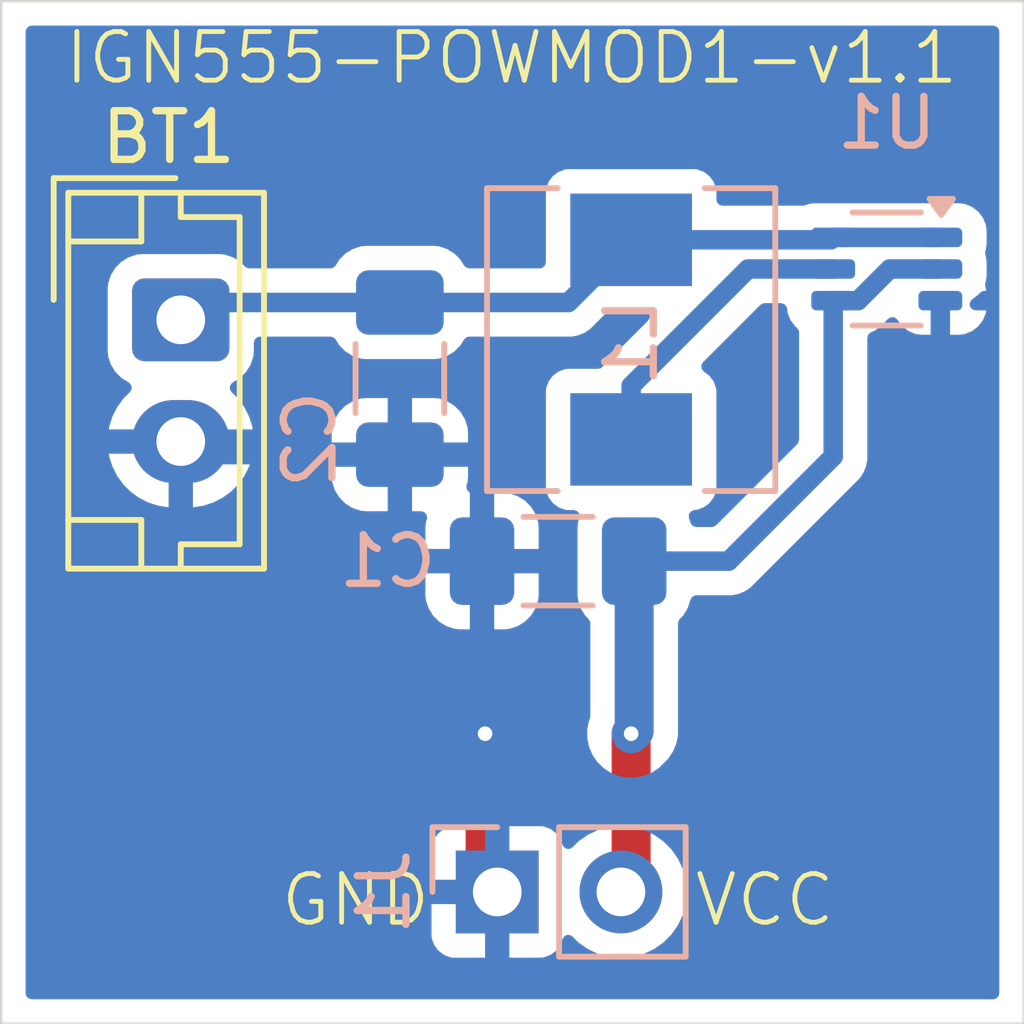
<source format=kicad_pcb>
(kicad_pcb (version 20240108) (generator "pcbnew") (generator_version "8.0")
  (layers (0 "F.Cu" signal) (31 "B.Cu" signal) (34 "B.Paste" user) (35 "F.Paste" user) (36 "B.SilkS" user "B.Silkscreen") (37 "F.SilkS" user "F.Silkscreen") (38 "B.Mask" user) (39 "F.Mask" user) (44 "Edge.Cuts" user))
  (net 0 "")
  (net 1 "GND")
  (net 2 "VCC")
  (net 3 "Vbat")
  (net 4 "Net-(U1-L)")
  (footprint "Connector_JST:JST_EH_B2B-EH-A_1x02_P2.50mm_Vertical" (layer "F.Cu") (at 140.4375 100.04375 -90)
    (property "Reference" "BT1" (at -3.75 0.25 180) (layer "F.SilkS"))
    (property "Value" "Battery_Cell")
    (fp_line (start -2.91 2.61) (end -0.41 2.61) (stroke (width 0.12)) (layer "F.SilkS"))
    (fp_line (start -2.61 2.31) (end 5.11 2.31) (stroke (width 0.12)) (layer "F.SilkS"))
    (fp_line (start 5.11 2.31) (end 5.11 -1.71) (stroke (width 0.12)) (layer "F.SilkS"))
    (fp_line (start -2.61 0.81) (end -1.61 0.81) (stroke (width 0.12)) (layer "F.SilkS"))
    (fp_line (start -1.61 0.81) (end -1.61 2.31) (stroke (width 0.12)) (layer "F.SilkS"))
    (fp_line (start 4.11 0.81) (end 4.11 2.31) (stroke (width 0.12)) (layer "F.SilkS"))
    (fp_line (start 5.11 0.81) (end 4.11 0.81) (stroke (width 0.12)) (layer "F.SilkS"))
    (fp_line (start -2.91 0.11) (end -2.91 2.61) (stroke (width 0.12)) (layer "F.SilkS"))
    (fp_line (start -2.61 0) (end -2.11 0) (stroke (width 0.12)) (layer "F.SilkS"))
    (fp_line (start -2.11 0) (end -2.11 -1.21) (stroke (width 0.12)) (layer "F.SilkS"))
    (fp_line (start 4.61 0) (end 5.11 0) (stroke (width 0.12)) (layer "F.SilkS"))
    (fp_line (start -2.11 -1.21) (end 4.61 -1.21) (stroke (width 0.12)) (layer "F.SilkS"))
    (fp_line (start 4.61 -1.21) (end 4.61 0) (stroke (width 0.12)) (layer "F.SilkS"))
    (fp_line (start -2.61 -1.71) (end -2.61 2.31) (stroke (width 0.12)) (layer "F.SilkS"))
    (fp_line (start 5.11 -1.71) (end -2.61 -1.71) (stroke (width 0.12)) (layer "F.SilkS"))
    (pad "1" thru_hole roundrect (at 0 0 270) (size 1.7 2) (drill 1) (layers "*.Cu" "*.Mask") (roundrect_rratio 0.147059) (net 3 "Vbat"))
    (pad "2" thru_hole oval (at 2.5 0 270) (size 1.7 2) (drill 1) (layers "*.Cu" "*.Mask") (net 1 "GND"))
  )
  (footprint "Package_TO_SOT_SMD:Texas_R-PDSO-G6" (layer "B.Cu") (at 154.9375 99 180)
    (property "Reference" "U1" (at 0 3 0) (layer "B.SilkS") (effects (justify mirror)))
    (property "Value" "TPS61221DCK")
    (fp_line (start 0.7 1.16) (end -0.7 1.16) (stroke (width 0.12)) (layer "B.SilkS"))
    (fp_line (start 0.7 -1.16) (end -0.7 -1.16) (stroke (width 0.12)) (layer "B.SilkS"))
    (fp_poly (pts (xy -1.12 1.11) (xy -1.36 1.44) (xy -0.88 1.44) (xy -1.12 1.11)) (stroke (width 0.12)) (fill solid) (layer "B.SilkS"))
    (pad "1" smd roundrect (at -1.1 0.65 180) (size 0.9 0.4) (layers "B.Cu" "B.Paste" "B.Mask") (net 3 "Vbat"))
    (pad "2" smd roundrect (at -1.1 0 180) (size 0.9 0.4) (layers "B.Cu" "B.Paste" "B.Mask") (net 2 "VCC"))
    (pad "3" smd roundrect (at -1.1 -0.65 180) (size 0.9 0.4) (layers "B.Cu" "B.Paste" "B.Mask") (net 1 "GND"))
    (pad "4" smd roundrect (at 1.1 -0.65 180) (size 0.9 0.4) (layers "B.Cu" "B.Paste" "B.Mask") (net 2 "VCC"))
    (pad "5" smd roundrect (at 1.1 0 180) (size 0.9 0.4) (layers "B.Cu" "B.Paste" "B.Mask") (net 4 "Net-(U1-L)"))
    (pad "6" smd roundrect (at 1.1 0.65 180) (size 0.9 0.4) (layers "B.Cu" "B.Paste" "B.Mask") (net 3 "Vbat"))
  )
  (footprint "Connector_PinHeader_2.54mm:PinHeader_1x02_P2.54mm_Vertical" (layer "B.Cu") (at 146.9375 111.79375 -90)
    (property "Reference" "J1" (at 0 2.33 90) (layer "B.SilkS") (effects (justify mirror)))
    (property "Value" "Conn_01x02_Pin")
    (fp_line (start -1.33 1.33) (end -1.33 0) (stroke (width 0.12)) (layer "B.SilkS"))
    (fp_line (start 0 1.33) (end -1.33 1.33) (stroke (width 0.12)) (layer "B.SilkS"))
    (fp_line (start 1.33 -1.27) (end -1.33 -1.27) (stroke (width 0.12)) (layer "B.SilkS"))
    (fp_line (start -1.33 -3.87) (end -1.33 -1.27) (stroke (width 0.12)) (layer "B.SilkS"))
    (fp_line (start 1.33 -3.87) (end 1.33 -1.27) (stroke (width 0.12)) (layer "B.SilkS"))
    (fp_line (start 1.33 -3.87) (end -1.33 -3.87) (stroke (width 0.12)) (layer "B.SilkS"))
    (pad "1" thru_hole rect (at 0 0 270) (size 1.7 1.7) (drill 1) (layers "*.Cu" "*.Mask") (net 1 "GND"))
    (pad "2" thru_hole oval (at 0 -2.54 270) (size 1.7 1.7) (drill 1) (layers "*.Cu" "*.Mask") (net 2 "VCC"))
  )
  (footprint "Capacitor_SMD:C_1206_3216Metric_Pad1.33x1.80mm_HandSolder" (layer "B.Cu") (at 148.1875 105 180)
    (property "Reference" "C1" (at 3.5 0 0) (layer "B.SilkS") (effects (justify mirror)))
    (property "Value" "10uF")
    (fp_line (start 0.711252 0.91) (end -0.711252 0.91) (stroke (width 0.12)) (layer "B.SilkS"))
    (fp_line (start 0.711252 -0.91) (end -0.711252 -0.91) (stroke (width 0.12)) (layer "B.SilkS"))
    (pad "1" smd roundrect (at -1.5625 0 180) (size 1.325 1.8) (layers "B.Cu" "B.Paste" "B.Mask") (roundrect_rratio 0.188679) (net 2 "VCC"))
    (pad "2" smd roundrect (at 1.5625 0 180) (size 1.325 1.8) (layers "B.Cu" "B.Paste" "B.Mask") (roundrect_rratio 0.188679) (net 1 "GND"))
  )
  (footprint "Inductor_SMD:L_Chilisin_BMRA00050520" (layer "B.Cu") (at 149.6875 100.45 -90)
    (property "Reference" "L1" (at 0.05 0 90) (layer "B.SilkS") (effects (justify mirror)))
    (property "Value" "L")
    (fp_line (start 3.11 2.96) (end -3.11 2.96) (stroke (width 0.12)) (layer "B.SilkS"))
    (fp_line (start -3.11 1.51) (end -3.11 2.96) (stroke (width 0.12)) (layer "B.SilkS"))
    (fp_line (start 3.11 1.51) (end 3.11 2.96) (stroke (width 0.12)) (layer "B.SilkS"))
    (fp_line (start -3.11 -1.51) (end -3.11 -2.96) (stroke (width 0.12)) (layer "B.SilkS"))
    (fp_line (start 3.11 -1.51) (end 3.11 -2.96) (stroke (width 0.12)) (layer "B.SilkS"))
    (fp_line (start 3.11 -2.96) (end -3.11 -2.96) (stroke (width 0.12)) (layer "B.SilkS"))
    (pad "1" smd rect (at -2.05 0 270) (size 1.9 2.5) (layers "B.Cu" "B.Paste" "B.Mask") (net 3 "Vbat"))
    (pad "2" smd rect (at 2.05 0 270) (size 1.9 2.5) (layers "B.Cu" "B.Paste" "B.Mask") (net 4 "Net-(U1-L)"))
  )
  (footprint "Capacitor_SMD:C_1206_3216Metric_Pad1.33x1.80mm_HandSolder" (layer "B.Cu") (at 144.9375 101.25 -90)
    (property "Reference" "C2" (at 1.25 1.85 90) (layer "B.SilkS") (effects (justify mirror)))
    (property "Value" "10uF")
    (fp_line (start 0.711252 0.91) (end -0.711252 0.91) (stroke (width 0.12)) (layer "B.SilkS"))
    (fp_line (start 0.711252 -0.91) (end -0.711252 -0.91) (stroke (width 0.12)) (layer "B.SilkS"))
    (pad "1" smd roundrect (at -1.5625 0 270) (size 1.325 1.8) (layers "B.Cu" "B.Paste" "B.Mask") (roundrect_rratio 0.188679) (net 3 "Vbat"))
    (pad "2" smd roundrect (at 1.5625 0 270) (size 1.325 1.8) (layers "B.Cu" "B.Paste" "B.Mask") (roundrect_rratio 0.188679) (net 1 "GND"))
  )
  (gr_rect (start 136.75 93.5) (end 157.75 114.5) (stroke (width 0.05)) (fill none) (layer "Edge.Cuts"))
  (gr_text "IGN555-POWMOD1-v1.1\n" (at 138 95.25 0) (layer "F.SilkS") (effects (font (size 1 1) (thickness 0.1)) (justify left bottom)))
  (gr_text "VCC\n" (at 150.9375 112.54375 0) (layer "F.SilkS") (effects (font (size 1 1) (thickness 0.1)) (justify left bottom)))
  (gr_text "GND\n" (at 142.4375 112.54375 0) (layer "F.SilkS") (effects (font (size 1 1) (thickness 0.1)) (justify left bottom)))
  (segment (start 146.6875 111.54375) (end 146.9375 111.79375) (width 0.8) (layer "F.Cu") (net 1))
  (segment (start 146.6875 108.54375) (end 146.6875 111.54375) (width 0.8) (layer "F.Cu") (net 1))
  (via (at 146.6875 108.54375) (size 0.6) (drill 0.3) (layers "F.Cu" "B.Cu") (net 1))
  (segment (start 140.70625 102.8125) (end 140.4375 102.54375) (width 0.4) (layer "B.Cu") (net 1))
  (segment (start 146.6875 104.9375) (end 146.625 105) (width 0.4) (layer "B.Cu") (net 1))
  (segment (start 144.9375 102.8125) (end 144.9375 103.3125) (width 0.4) (layer "B.Cu") (net 1))
  (segment (start 144.9375 102.8125) (end 140.70625 102.8125) (width 0.4) (layer "B.Cu") (net 1))
  (segment (start 149.6875 111.58375) (end 149.4775 111.79375) (width 0.8) (layer "F.Cu") (net 2))
  (segment (start 149.6875 108.54375) (end 149.6875 111.58375) (width 0.8) (layer "F.Cu") (net 2))
  (via (at 149.6875 108.54375) (size 0.6) (drill 0.3) (layers "F.Cu" "B.Cu") (net 2))
  (segment (start 153.8375 102.85) (end 151.6875 105) (width 0.4) (layer "B.Cu") (net 2))
  (segment (start 154.347378 99.65) (end 154.997378 99) (width 0.4) (layer "B.Cu") (net 2))
  (segment (start 153.8375 99.65) (end 154.347378 99.65) (width 0.4) (layer "B.Cu") (net 2))
  (segment (start 154.997378 99) (end 156.0375 99) (width 0.4) (layer "B.Cu") (net 2))
  (segment (start 149.75 108.48125) (end 149.6875 108.54375) (width 0.8) (layer "B.Cu") (net 2))
  (segment (start 149.75 105) (end 149.75 108.48125) (width 0.8) (layer "B.Cu") (net 2))
  (segment (start 151.6875 105) (end 149.75 105) (width 0.4) (layer "B.Cu") (net 2))
  (segment (start 153.8375 99.65) (end 153.8375 102.85) (width 0.4) (layer "B.Cu") (net 2))
  (segment (start 140.79375 99.6875) (end 140.4375 100.04375) (width 0.4) (layer "B.Cu") (net 3))
  (segment (start 153.7875 98.4) (end 153.8375 98.35) (width 0.4) (layer "B.Cu") (net 3))
  (segment (start 149.6875 98.4) (end 153.7875 98.4) (width 0.4) (layer "B.Cu") (net 3))
  (segment (start 156.0375 98.35) (end 153.8375 98.35) (width 0.4) (layer "B.Cu") (net 3))
  (segment (start 144.9375 99.6875) (end 140.79375 99.6875) (width 0.4) (layer "B.Cu") (net 3))
  (segment (start 144.9375 99.6875) (end 148.4 99.6875) (width 0.4) (layer "B.Cu") (net 3))
  (segment (start 148.4 99.6875) (end 149.6875 98.4) (width 0.4) (layer "B.Cu") (net 3))
  (segment (start 149.6875 101.4) (end 149.6875 102.5) (width 0.4) (layer "B.Cu") (net 4))
  (segment (start 152.0875 99) (end 149.6875 101.4) (width 0.4) (layer "B.Cu") (net 4))
  (segment (start 153.8375 99) (end 152.0875 99) (width 0.4) (layer "B.Cu") (net 4))
  (zone (net 1) (net_name "GND") (layer "B.Cu") (connect_pads (clearance 0.5)) (min_thickness 0.25) (fill yes (thermal_gap 0.5) (thermal_bridge_width 0.5) (island_removal_mode 1) (island_area_min 10))
    (polygon (pts (xy 136.75 93.5) (xy 157.75 93.5) (xy 157.75 114.5) (xy 136.75 114.5)))
  )
)
</source>
